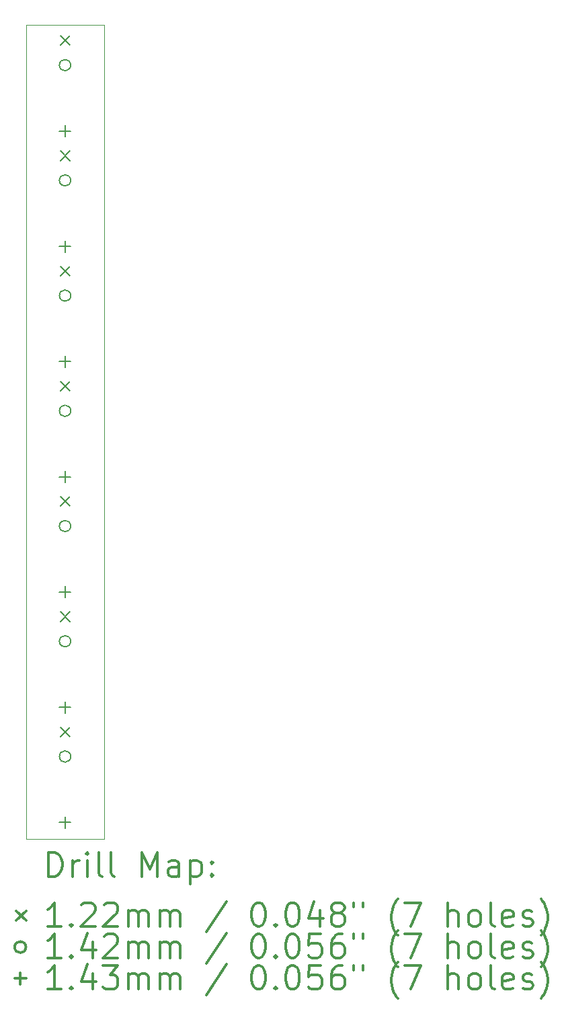
<source format=gbr>
%FSLAX45Y45*%
G04 Gerber Fmt 4.5, Leading zero omitted, Abs format (unit mm)*
G04 Created by KiCad (PCBNEW 5.1.9+dfsg1-1~bpo10+1) date 2022-02-16 02:45:35*
%MOMM*%
%LPD*%
G01*
G04 APERTURE LIST*
%TA.AperFunction,Profile*%
%ADD10C,0.050000*%
%TD*%
%ADD11C,0.200000*%
%ADD12C,0.300000*%
G04 APERTURE END LIST*
D10*
X13900000Y-16550000D02*
X13900000Y-6300000D01*
X14880000Y-16550000D02*
X13900000Y-16550000D01*
X14880000Y-6300000D02*
X14880000Y-16550000D01*
X13900000Y-6300000D02*
X14880000Y-6300000D01*
D11*
X14329000Y-6439000D02*
X14451000Y-6561000D01*
X14451000Y-6439000D02*
X14329000Y-6561000D01*
X14329000Y-7889000D02*
X14451000Y-8011000D01*
X14451000Y-7889000D02*
X14329000Y-8011000D01*
X14329000Y-9339000D02*
X14451000Y-9461000D01*
X14451000Y-9339000D02*
X14329000Y-9461000D01*
X14329000Y-10789000D02*
X14451000Y-10911000D01*
X14451000Y-10789000D02*
X14329000Y-10911000D01*
X14329000Y-12239000D02*
X14451000Y-12361000D01*
X14451000Y-12239000D02*
X14329000Y-12361000D01*
X14329000Y-13689000D02*
X14451000Y-13811000D01*
X14451000Y-13689000D02*
X14329000Y-13811000D01*
X14329000Y-15139000D02*
X14451000Y-15261000D01*
X14451000Y-15139000D02*
X14329000Y-15261000D01*
X14461000Y-6810000D02*
G75*
G03*
X14461000Y-6810000I-71000J0D01*
G01*
X14461000Y-8260000D02*
G75*
G03*
X14461000Y-8260000I-71000J0D01*
G01*
X14461000Y-9710000D02*
G75*
G03*
X14461000Y-9710000I-71000J0D01*
G01*
X14461000Y-11160000D02*
G75*
G03*
X14461000Y-11160000I-71000J0D01*
G01*
X14461000Y-12610000D02*
G75*
G03*
X14461000Y-12610000I-71000J0D01*
G01*
X14461000Y-14060000D02*
G75*
G03*
X14461000Y-14060000I-71000J0D01*
G01*
X14461000Y-15510000D02*
G75*
G03*
X14461000Y-15510000I-71000J0D01*
G01*
X14390000Y-7568500D02*
X14390000Y-7711500D01*
X14318500Y-7640000D02*
X14461500Y-7640000D01*
X14390000Y-9018500D02*
X14390000Y-9161500D01*
X14318500Y-9090000D02*
X14461500Y-9090000D01*
X14390000Y-10468500D02*
X14390000Y-10611500D01*
X14318500Y-10540000D02*
X14461500Y-10540000D01*
X14390000Y-11918500D02*
X14390000Y-12061500D01*
X14318500Y-11990000D02*
X14461500Y-11990000D01*
X14390000Y-13368500D02*
X14390000Y-13511500D01*
X14318500Y-13440000D02*
X14461500Y-13440000D01*
X14390000Y-14818500D02*
X14390000Y-14961500D01*
X14318500Y-14890000D02*
X14461500Y-14890000D01*
X14390000Y-16268500D02*
X14390000Y-16411500D01*
X14318500Y-16340000D02*
X14461500Y-16340000D01*
D12*
X14183928Y-17018214D02*
X14183928Y-16718214D01*
X14255357Y-16718214D01*
X14298214Y-16732500D01*
X14326786Y-16761071D01*
X14341071Y-16789643D01*
X14355357Y-16846786D01*
X14355357Y-16889643D01*
X14341071Y-16946786D01*
X14326786Y-16975357D01*
X14298214Y-17003929D01*
X14255357Y-17018214D01*
X14183928Y-17018214D01*
X14483928Y-17018214D02*
X14483928Y-16818214D01*
X14483928Y-16875357D02*
X14498214Y-16846786D01*
X14512500Y-16832500D01*
X14541071Y-16818214D01*
X14569643Y-16818214D01*
X14669643Y-17018214D02*
X14669643Y-16818214D01*
X14669643Y-16718214D02*
X14655357Y-16732500D01*
X14669643Y-16746786D01*
X14683928Y-16732500D01*
X14669643Y-16718214D01*
X14669643Y-16746786D01*
X14855357Y-17018214D02*
X14826786Y-17003929D01*
X14812500Y-16975357D01*
X14812500Y-16718214D01*
X15012500Y-17018214D02*
X14983928Y-17003929D01*
X14969643Y-16975357D01*
X14969643Y-16718214D01*
X15355357Y-17018214D02*
X15355357Y-16718214D01*
X15455357Y-16932500D01*
X15555357Y-16718214D01*
X15555357Y-17018214D01*
X15826786Y-17018214D02*
X15826786Y-16861072D01*
X15812500Y-16832500D01*
X15783928Y-16818214D01*
X15726786Y-16818214D01*
X15698214Y-16832500D01*
X15826786Y-17003929D02*
X15798214Y-17018214D01*
X15726786Y-17018214D01*
X15698214Y-17003929D01*
X15683928Y-16975357D01*
X15683928Y-16946786D01*
X15698214Y-16918214D01*
X15726786Y-16903929D01*
X15798214Y-16903929D01*
X15826786Y-16889643D01*
X15969643Y-16818214D02*
X15969643Y-17118214D01*
X15969643Y-16832500D02*
X15998214Y-16818214D01*
X16055357Y-16818214D01*
X16083928Y-16832500D01*
X16098214Y-16846786D01*
X16112500Y-16875357D01*
X16112500Y-16961072D01*
X16098214Y-16989643D01*
X16083928Y-17003929D01*
X16055357Y-17018214D01*
X15998214Y-17018214D01*
X15969643Y-17003929D01*
X16241071Y-16989643D02*
X16255357Y-17003929D01*
X16241071Y-17018214D01*
X16226786Y-17003929D01*
X16241071Y-16989643D01*
X16241071Y-17018214D01*
X16241071Y-16832500D02*
X16255357Y-16846786D01*
X16241071Y-16861072D01*
X16226786Y-16846786D01*
X16241071Y-16832500D01*
X16241071Y-16861072D01*
X13775500Y-17451500D02*
X13897500Y-17573500D01*
X13897500Y-17451500D02*
X13775500Y-17573500D01*
X14341071Y-17648214D02*
X14169643Y-17648214D01*
X14255357Y-17648214D02*
X14255357Y-17348214D01*
X14226786Y-17391072D01*
X14198214Y-17419643D01*
X14169643Y-17433929D01*
X14469643Y-17619643D02*
X14483928Y-17633929D01*
X14469643Y-17648214D01*
X14455357Y-17633929D01*
X14469643Y-17619643D01*
X14469643Y-17648214D01*
X14598214Y-17376786D02*
X14612500Y-17362500D01*
X14641071Y-17348214D01*
X14712500Y-17348214D01*
X14741071Y-17362500D01*
X14755357Y-17376786D01*
X14769643Y-17405357D01*
X14769643Y-17433929D01*
X14755357Y-17476786D01*
X14583928Y-17648214D01*
X14769643Y-17648214D01*
X14883928Y-17376786D02*
X14898214Y-17362500D01*
X14926786Y-17348214D01*
X14998214Y-17348214D01*
X15026786Y-17362500D01*
X15041071Y-17376786D01*
X15055357Y-17405357D01*
X15055357Y-17433929D01*
X15041071Y-17476786D01*
X14869643Y-17648214D01*
X15055357Y-17648214D01*
X15183928Y-17648214D02*
X15183928Y-17448214D01*
X15183928Y-17476786D02*
X15198214Y-17462500D01*
X15226786Y-17448214D01*
X15269643Y-17448214D01*
X15298214Y-17462500D01*
X15312500Y-17491072D01*
X15312500Y-17648214D01*
X15312500Y-17491072D02*
X15326786Y-17462500D01*
X15355357Y-17448214D01*
X15398214Y-17448214D01*
X15426786Y-17462500D01*
X15441071Y-17491072D01*
X15441071Y-17648214D01*
X15583928Y-17648214D02*
X15583928Y-17448214D01*
X15583928Y-17476786D02*
X15598214Y-17462500D01*
X15626786Y-17448214D01*
X15669643Y-17448214D01*
X15698214Y-17462500D01*
X15712500Y-17491072D01*
X15712500Y-17648214D01*
X15712500Y-17491072D02*
X15726786Y-17462500D01*
X15755357Y-17448214D01*
X15798214Y-17448214D01*
X15826786Y-17462500D01*
X15841071Y-17491072D01*
X15841071Y-17648214D01*
X16426786Y-17333929D02*
X16169643Y-17719643D01*
X16812500Y-17348214D02*
X16841071Y-17348214D01*
X16869643Y-17362500D01*
X16883928Y-17376786D01*
X16898214Y-17405357D01*
X16912500Y-17462500D01*
X16912500Y-17533929D01*
X16898214Y-17591072D01*
X16883928Y-17619643D01*
X16869643Y-17633929D01*
X16841071Y-17648214D01*
X16812500Y-17648214D01*
X16783928Y-17633929D01*
X16769643Y-17619643D01*
X16755357Y-17591072D01*
X16741071Y-17533929D01*
X16741071Y-17462500D01*
X16755357Y-17405357D01*
X16769643Y-17376786D01*
X16783928Y-17362500D01*
X16812500Y-17348214D01*
X17041071Y-17619643D02*
X17055357Y-17633929D01*
X17041071Y-17648214D01*
X17026786Y-17633929D01*
X17041071Y-17619643D01*
X17041071Y-17648214D01*
X17241071Y-17348214D02*
X17269643Y-17348214D01*
X17298214Y-17362500D01*
X17312500Y-17376786D01*
X17326786Y-17405357D01*
X17341071Y-17462500D01*
X17341071Y-17533929D01*
X17326786Y-17591072D01*
X17312500Y-17619643D01*
X17298214Y-17633929D01*
X17269643Y-17648214D01*
X17241071Y-17648214D01*
X17212500Y-17633929D01*
X17198214Y-17619643D01*
X17183928Y-17591072D01*
X17169643Y-17533929D01*
X17169643Y-17462500D01*
X17183928Y-17405357D01*
X17198214Y-17376786D01*
X17212500Y-17362500D01*
X17241071Y-17348214D01*
X17598214Y-17448214D02*
X17598214Y-17648214D01*
X17526786Y-17333929D02*
X17455357Y-17548214D01*
X17641071Y-17548214D01*
X17798214Y-17476786D02*
X17769643Y-17462500D01*
X17755357Y-17448214D01*
X17741071Y-17419643D01*
X17741071Y-17405357D01*
X17755357Y-17376786D01*
X17769643Y-17362500D01*
X17798214Y-17348214D01*
X17855357Y-17348214D01*
X17883928Y-17362500D01*
X17898214Y-17376786D01*
X17912500Y-17405357D01*
X17912500Y-17419643D01*
X17898214Y-17448214D01*
X17883928Y-17462500D01*
X17855357Y-17476786D01*
X17798214Y-17476786D01*
X17769643Y-17491072D01*
X17755357Y-17505357D01*
X17741071Y-17533929D01*
X17741071Y-17591072D01*
X17755357Y-17619643D01*
X17769643Y-17633929D01*
X17798214Y-17648214D01*
X17855357Y-17648214D01*
X17883928Y-17633929D01*
X17898214Y-17619643D01*
X17912500Y-17591072D01*
X17912500Y-17533929D01*
X17898214Y-17505357D01*
X17883928Y-17491072D01*
X17855357Y-17476786D01*
X18026786Y-17348214D02*
X18026786Y-17405357D01*
X18141071Y-17348214D02*
X18141071Y-17405357D01*
X18583928Y-17762500D02*
X18569643Y-17748214D01*
X18541071Y-17705357D01*
X18526786Y-17676786D01*
X18512500Y-17633929D01*
X18498214Y-17562500D01*
X18498214Y-17505357D01*
X18512500Y-17433929D01*
X18526786Y-17391072D01*
X18541071Y-17362500D01*
X18569643Y-17319643D01*
X18583928Y-17305357D01*
X18669643Y-17348214D02*
X18869643Y-17348214D01*
X18741071Y-17648214D01*
X19212500Y-17648214D02*
X19212500Y-17348214D01*
X19341071Y-17648214D02*
X19341071Y-17491072D01*
X19326786Y-17462500D01*
X19298214Y-17448214D01*
X19255357Y-17448214D01*
X19226786Y-17462500D01*
X19212500Y-17476786D01*
X19526786Y-17648214D02*
X19498214Y-17633929D01*
X19483928Y-17619643D01*
X19469643Y-17591072D01*
X19469643Y-17505357D01*
X19483928Y-17476786D01*
X19498214Y-17462500D01*
X19526786Y-17448214D01*
X19569643Y-17448214D01*
X19598214Y-17462500D01*
X19612500Y-17476786D01*
X19626786Y-17505357D01*
X19626786Y-17591072D01*
X19612500Y-17619643D01*
X19598214Y-17633929D01*
X19569643Y-17648214D01*
X19526786Y-17648214D01*
X19798214Y-17648214D02*
X19769643Y-17633929D01*
X19755357Y-17605357D01*
X19755357Y-17348214D01*
X20026786Y-17633929D02*
X19998214Y-17648214D01*
X19941071Y-17648214D01*
X19912500Y-17633929D01*
X19898214Y-17605357D01*
X19898214Y-17491072D01*
X19912500Y-17462500D01*
X19941071Y-17448214D01*
X19998214Y-17448214D01*
X20026786Y-17462500D01*
X20041071Y-17491072D01*
X20041071Y-17519643D01*
X19898214Y-17548214D01*
X20155357Y-17633929D02*
X20183928Y-17648214D01*
X20241071Y-17648214D01*
X20269643Y-17633929D01*
X20283928Y-17605357D01*
X20283928Y-17591072D01*
X20269643Y-17562500D01*
X20241071Y-17548214D01*
X20198214Y-17548214D01*
X20169643Y-17533929D01*
X20155357Y-17505357D01*
X20155357Y-17491072D01*
X20169643Y-17462500D01*
X20198214Y-17448214D01*
X20241071Y-17448214D01*
X20269643Y-17462500D01*
X20383928Y-17762500D02*
X20398214Y-17748214D01*
X20426786Y-17705357D01*
X20441071Y-17676786D01*
X20455357Y-17633929D01*
X20469643Y-17562500D01*
X20469643Y-17505357D01*
X20455357Y-17433929D01*
X20441071Y-17391072D01*
X20426786Y-17362500D01*
X20398214Y-17319643D01*
X20383928Y-17305357D01*
X13897500Y-17908500D02*
G75*
G03*
X13897500Y-17908500I-71000J0D01*
G01*
X14341071Y-18044214D02*
X14169643Y-18044214D01*
X14255357Y-18044214D02*
X14255357Y-17744214D01*
X14226786Y-17787072D01*
X14198214Y-17815643D01*
X14169643Y-17829929D01*
X14469643Y-18015643D02*
X14483928Y-18029929D01*
X14469643Y-18044214D01*
X14455357Y-18029929D01*
X14469643Y-18015643D01*
X14469643Y-18044214D01*
X14741071Y-17844214D02*
X14741071Y-18044214D01*
X14669643Y-17729929D02*
X14598214Y-17944214D01*
X14783928Y-17944214D01*
X14883928Y-17772786D02*
X14898214Y-17758500D01*
X14926786Y-17744214D01*
X14998214Y-17744214D01*
X15026786Y-17758500D01*
X15041071Y-17772786D01*
X15055357Y-17801357D01*
X15055357Y-17829929D01*
X15041071Y-17872786D01*
X14869643Y-18044214D01*
X15055357Y-18044214D01*
X15183928Y-18044214D02*
X15183928Y-17844214D01*
X15183928Y-17872786D02*
X15198214Y-17858500D01*
X15226786Y-17844214D01*
X15269643Y-17844214D01*
X15298214Y-17858500D01*
X15312500Y-17887072D01*
X15312500Y-18044214D01*
X15312500Y-17887072D02*
X15326786Y-17858500D01*
X15355357Y-17844214D01*
X15398214Y-17844214D01*
X15426786Y-17858500D01*
X15441071Y-17887072D01*
X15441071Y-18044214D01*
X15583928Y-18044214D02*
X15583928Y-17844214D01*
X15583928Y-17872786D02*
X15598214Y-17858500D01*
X15626786Y-17844214D01*
X15669643Y-17844214D01*
X15698214Y-17858500D01*
X15712500Y-17887072D01*
X15712500Y-18044214D01*
X15712500Y-17887072D02*
X15726786Y-17858500D01*
X15755357Y-17844214D01*
X15798214Y-17844214D01*
X15826786Y-17858500D01*
X15841071Y-17887072D01*
X15841071Y-18044214D01*
X16426786Y-17729929D02*
X16169643Y-18115643D01*
X16812500Y-17744214D02*
X16841071Y-17744214D01*
X16869643Y-17758500D01*
X16883928Y-17772786D01*
X16898214Y-17801357D01*
X16912500Y-17858500D01*
X16912500Y-17929929D01*
X16898214Y-17987072D01*
X16883928Y-18015643D01*
X16869643Y-18029929D01*
X16841071Y-18044214D01*
X16812500Y-18044214D01*
X16783928Y-18029929D01*
X16769643Y-18015643D01*
X16755357Y-17987072D01*
X16741071Y-17929929D01*
X16741071Y-17858500D01*
X16755357Y-17801357D01*
X16769643Y-17772786D01*
X16783928Y-17758500D01*
X16812500Y-17744214D01*
X17041071Y-18015643D02*
X17055357Y-18029929D01*
X17041071Y-18044214D01*
X17026786Y-18029929D01*
X17041071Y-18015643D01*
X17041071Y-18044214D01*
X17241071Y-17744214D02*
X17269643Y-17744214D01*
X17298214Y-17758500D01*
X17312500Y-17772786D01*
X17326786Y-17801357D01*
X17341071Y-17858500D01*
X17341071Y-17929929D01*
X17326786Y-17987072D01*
X17312500Y-18015643D01*
X17298214Y-18029929D01*
X17269643Y-18044214D01*
X17241071Y-18044214D01*
X17212500Y-18029929D01*
X17198214Y-18015643D01*
X17183928Y-17987072D01*
X17169643Y-17929929D01*
X17169643Y-17858500D01*
X17183928Y-17801357D01*
X17198214Y-17772786D01*
X17212500Y-17758500D01*
X17241071Y-17744214D01*
X17612500Y-17744214D02*
X17469643Y-17744214D01*
X17455357Y-17887072D01*
X17469643Y-17872786D01*
X17498214Y-17858500D01*
X17569643Y-17858500D01*
X17598214Y-17872786D01*
X17612500Y-17887072D01*
X17626786Y-17915643D01*
X17626786Y-17987072D01*
X17612500Y-18015643D01*
X17598214Y-18029929D01*
X17569643Y-18044214D01*
X17498214Y-18044214D01*
X17469643Y-18029929D01*
X17455357Y-18015643D01*
X17883928Y-17744214D02*
X17826786Y-17744214D01*
X17798214Y-17758500D01*
X17783928Y-17772786D01*
X17755357Y-17815643D01*
X17741071Y-17872786D01*
X17741071Y-17987072D01*
X17755357Y-18015643D01*
X17769643Y-18029929D01*
X17798214Y-18044214D01*
X17855357Y-18044214D01*
X17883928Y-18029929D01*
X17898214Y-18015643D01*
X17912500Y-17987072D01*
X17912500Y-17915643D01*
X17898214Y-17887072D01*
X17883928Y-17872786D01*
X17855357Y-17858500D01*
X17798214Y-17858500D01*
X17769643Y-17872786D01*
X17755357Y-17887072D01*
X17741071Y-17915643D01*
X18026786Y-17744214D02*
X18026786Y-17801357D01*
X18141071Y-17744214D02*
X18141071Y-17801357D01*
X18583928Y-18158500D02*
X18569643Y-18144214D01*
X18541071Y-18101357D01*
X18526786Y-18072786D01*
X18512500Y-18029929D01*
X18498214Y-17958500D01*
X18498214Y-17901357D01*
X18512500Y-17829929D01*
X18526786Y-17787072D01*
X18541071Y-17758500D01*
X18569643Y-17715643D01*
X18583928Y-17701357D01*
X18669643Y-17744214D02*
X18869643Y-17744214D01*
X18741071Y-18044214D01*
X19212500Y-18044214D02*
X19212500Y-17744214D01*
X19341071Y-18044214D02*
X19341071Y-17887072D01*
X19326786Y-17858500D01*
X19298214Y-17844214D01*
X19255357Y-17844214D01*
X19226786Y-17858500D01*
X19212500Y-17872786D01*
X19526786Y-18044214D02*
X19498214Y-18029929D01*
X19483928Y-18015643D01*
X19469643Y-17987072D01*
X19469643Y-17901357D01*
X19483928Y-17872786D01*
X19498214Y-17858500D01*
X19526786Y-17844214D01*
X19569643Y-17844214D01*
X19598214Y-17858500D01*
X19612500Y-17872786D01*
X19626786Y-17901357D01*
X19626786Y-17987072D01*
X19612500Y-18015643D01*
X19598214Y-18029929D01*
X19569643Y-18044214D01*
X19526786Y-18044214D01*
X19798214Y-18044214D02*
X19769643Y-18029929D01*
X19755357Y-18001357D01*
X19755357Y-17744214D01*
X20026786Y-18029929D02*
X19998214Y-18044214D01*
X19941071Y-18044214D01*
X19912500Y-18029929D01*
X19898214Y-18001357D01*
X19898214Y-17887072D01*
X19912500Y-17858500D01*
X19941071Y-17844214D01*
X19998214Y-17844214D01*
X20026786Y-17858500D01*
X20041071Y-17887072D01*
X20041071Y-17915643D01*
X19898214Y-17944214D01*
X20155357Y-18029929D02*
X20183928Y-18044214D01*
X20241071Y-18044214D01*
X20269643Y-18029929D01*
X20283928Y-18001357D01*
X20283928Y-17987072D01*
X20269643Y-17958500D01*
X20241071Y-17944214D01*
X20198214Y-17944214D01*
X20169643Y-17929929D01*
X20155357Y-17901357D01*
X20155357Y-17887072D01*
X20169643Y-17858500D01*
X20198214Y-17844214D01*
X20241071Y-17844214D01*
X20269643Y-17858500D01*
X20383928Y-18158500D02*
X20398214Y-18144214D01*
X20426786Y-18101357D01*
X20441071Y-18072786D01*
X20455357Y-18029929D01*
X20469643Y-17958500D01*
X20469643Y-17901357D01*
X20455357Y-17829929D01*
X20441071Y-17787072D01*
X20426786Y-17758500D01*
X20398214Y-17715643D01*
X20383928Y-17701357D01*
X13826000Y-18233000D02*
X13826000Y-18376000D01*
X13754500Y-18304500D02*
X13897500Y-18304500D01*
X14341071Y-18440214D02*
X14169643Y-18440214D01*
X14255357Y-18440214D02*
X14255357Y-18140214D01*
X14226786Y-18183072D01*
X14198214Y-18211643D01*
X14169643Y-18225929D01*
X14469643Y-18411643D02*
X14483928Y-18425929D01*
X14469643Y-18440214D01*
X14455357Y-18425929D01*
X14469643Y-18411643D01*
X14469643Y-18440214D01*
X14741071Y-18240214D02*
X14741071Y-18440214D01*
X14669643Y-18125929D02*
X14598214Y-18340214D01*
X14783928Y-18340214D01*
X14869643Y-18140214D02*
X15055357Y-18140214D01*
X14955357Y-18254500D01*
X14998214Y-18254500D01*
X15026786Y-18268786D01*
X15041071Y-18283072D01*
X15055357Y-18311643D01*
X15055357Y-18383072D01*
X15041071Y-18411643D01*
X15026786Y-18425929D01*
X14998214Y-18440214D01*
X14912500Y-18440214D01*
X14883928Y-18425929D01*
X14869643Y-18411643D01*
X15183928Y-18440214D02*
X15183928Y-18240214D01*
X15183928Y-18268786D02*
X15198214Y-18254500D01*
X15226786Y-18240214D01*
X15269643Y-18240214D01*
X15298214Y-18254500D01*
X15312500Y-18283072D01*
X15312500Y-18440214D01*
X15312500Y-18283072D02*
X15326786Y-18254500D01*
X15355357Y-18240214D01*
X15398214Y-18240214D01*
X15426786Y-18254500D01*
X15441071Y-18283072D01*
X15441071Y-18440214D01*
X15583928Y-18440214D02*
X15583928Y-18240214D01*
X15583928Y-18268786D02*
X15598214Y-18254500D01*
X15626786Y-18240214D01*
X15669643Y-18240214D01*
X15698214Y-18254500D01*
X15712500Y-18283072D01*
X15712500Y-18440214D01*
X15712500Y-18283072D02*
X15726786Y-18254500D01*
X15755357Y-18240214D01*
X15798214Y-18240214D01*
X15826786Y-18254500D01*
X15841071Y-18283072D01*
X15841071Y-18440214D01*
X16426786Y-18125929D02*
X16169643Y-18511643D01*
X16812500Y-18140214D02*
X16841071Y-18140214D01*
X16869643Y-18154500D01*
X16883928Y-18168786D01*
X16898214Y-18197357D01*
X16912500Y-18254500D01*
X16912500Y-18325929D01*
X16898214Y-18383072D01*
X16883928Y-18411643D01*
X16869643Y-18425929D01*
X16841071Y-18440214D01*
X16812500Y-18440214D01*
X16783928Y-18425929D01*
X16769643Y-18411643D01*
X16755357Y-18383072D01*
X16741071Y-18325929D01*
X16741071Y-18254500D01*
X16755357Y-18197357D01*
X16769643Y-18168786D01*
X16783928Y-18154500D01*
X16812500Y-18140214D01*
X17041071Y-18411643D02*
X17055357Y-18425929D01*
X17041071Y-18440214D01*
X17026786Y-18425929D01*
X17041071Y-18411643D01*
X17041071Y-18440214D01*
X17241071Y-18140214D02*
X17269643Y-18140214D01*
X17298214Y-18154500D01*
X17312500Y-18168786D01*
X17326786Y-18197357D01*
X17341071Y-18254500D01*
X17341071Y-18325929D01*
X17326786Y-18383072D01*
X17312500Y-18411643D01*
X17298214Y-18425929D01*
X17269643Y-18440214D01*
X17241071Y-18440214D01*
X17212500Y-18425929D01*
X17198214Y-18411643D01*
X17183928Y-18383072D01*
X17169643Y-18325929D01*
X17169643Y-18254500D01*
X17183928Y-18197357D01*
X17198214Y-18168786D01*
X17212500Y-18154500D01*
X17241071Y-18140214D01*
X17612500Y-18140214D02*
X17469643Y-18140214D01*
X17455357Y-18283072D01*
X17469643Y-18268786D01*
X17498214Y-18254500D01*
X17569643Y-18254500D01*
X17598214Y-18268786D01*
X17612500Y-18283072D01*
X17626786Y-18311643D01*
X17626786Y-18383072D01*
X17612500Y-18411643D01*
X17598214Y-18425929D01*
X17569643Y-18440214D01*
X17498214Y-18440214D01*
X17469643Y-18425929D01*
X17455357Y-18411643D01*
X17883928Y-18140214D02*
X17826786Y-18140214D01*
X17798214Y-18154500D01*
X17783928Y-18168786D01*
X17755357Y-18211643D01*
X17741071Y-18268786D01*
X17741071Y-18383072D01*
X17755357Y-18411643D01*
X17769643Y-18425929D01*
X17798214Y-18440214D01*
X17855357Y-18440214D01*
X17883928Y-18425929D01*
X17898214Y-18411643D01*
X17912500Y-18383072D01*
X17912500Y-18311643D01*
X17898214Y-18283072D01*
X17883928Y-18268786D01*
X17855357Y-18254500D01*
X17798214Y-18254500D01*
X17769643Y-18268786D01*
X17755357Y-18283072D01*
X17741071Y-18311643D01*
X18026786Y-18140214D02*
X18026786Y-18197357D01*
X18141071Y-18140214D02*
X18141071Y-18197357D01*
X18583928Y-18554500D02*
X18569643Y-18540214D01*
X18541071Y-18497357D01*
X18526786Y-18468786D01*
X18512500Y-18425929D01*
X18498214Y-18354500D01*
X18498214Y-18297357D01*
X18512500Y-18225929D01*
X18526786Y-18183072D01*
X18541071Y-18154500D01*
X18569643Y-18111643D01*
X18583928Y-18097357D01*
X18669643Y-18140214D02*
X18869643Y-18140214D01*
X18741071Y-18440214D01*
X19212500Y-18440214D02*
X19212500Y-18140214D01*
X19341071Y-18440214D02*
X19341071Y-18283072D01*
X19326786Y-18254500D01*
X19298214Y-18240214D01*
X19255357Y-18240214D01*
X19226786Y-18254500D01*
X19212500Y-18268786D01*
X19526786Y-18440214D02*
X19498214Y-18425929D01*
X19483928Y-18411643D01*
X19469643Y-18383072D01*
X19469643Y-18297357D01*
X19483928Y-18268786D01*
X19498214Y-18254500D01*
X19526786Y-18240214D01*
X19569643Y-18240214D01*
X19598214Y-18254500D01*
X19612500Y-18268786D01*
X19626786Y-18297357D01*
X19626786Y-18383072D01*
X19612500Y-18411643D01*
X19598214Y-18425929D01*
X19569643Y-18440214D01*
X19526786Y-18440214D01*
X19798214Y-18440214D02*
X19769643Y-18425929D01*
X19755357Y-18397357D01*
X19755357Y-18140214D01*
X20026786Y-18425929D02*
X19998214Y-18440214D01*
X19941071Y-18440214D01*
X19912500Y-18425929D01*
X19898214Y-18397357D01*
X19898214Y-18283072D01*
X19912500Y-18254500D01*
X19941071Y-18240214D01*
X19998214Y-18240214D01*
X20026786Y-18254500D01*
X20041071Y-18283072D01*
X20041071Y-18311643D01*
X19898214Y-18340214D01*
X20155357Y-18425929D02*
X20183928Y-18440214D01*
X20241071Y-18440214D01*
X20269643Y-18425929D01*
X20283928Y-18397357D01*
X20283928Y-18383072D01*
X20269643Y-18354500D01*
X20241071Y-18340214D01*
X20198214Y-18340214D01*
X20169643Y-18325929D01*
X20155357Y-18297357D01*
X20155357Y-18283072D01*
X20169643Y-18254500D01*
X20198214Y-18240214D01*
X20241071Y-18240214D01*
X20269643Y-18254500D01*
X20383928Y-18554500D02*
X20398214Y-18540214D01*
X20426786Y-18497357D01*
X20441071Y-18468786D01*
X20455357Y-18425929D01*
X20469643Y-18354500D01*
X20469643Y-18297357D01*
X20455357Y-18225929D01*
X20441071Y-18183072D01*
X20426786Y-18154500D01*
X20398214Y-18111643D01*
X20383928Y-18097357D01*
M02*

</source>
